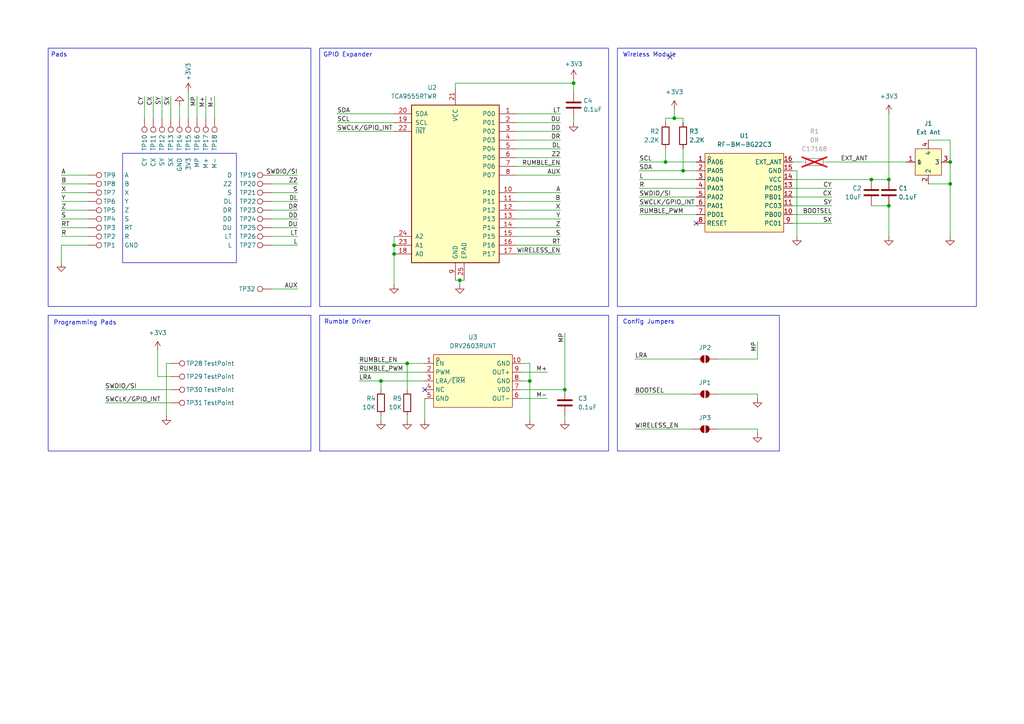
<source format=kicad_sch>
(kicad_sch (version 20231120) (generator "eeschema") (generator_version "8.0")
  (paper "A4")
  (lib_symbols
    (symbol "CONMHF4-SMD-G:CONMHF4-SMD-G-T"
      (property "Reference" "CN" (at 0 11.43 0))
      (property "Value" "CONMHF4-SMD-G-T" (at 0 -11.43 0))
      (symbol "CONMHF4-SMD-G-T_0_1"
        (rectangle (start -3.81 3.81) (end 3.81 -3.81) (fill (type background)))
        (circle (center 0 -2.54) (radius 0.38))
        (pin unspecified line (at 0 -6.35 90) (length 2.54) (name "1") (number "1"))
        (pin unspecified line (at 6.35 0 180) (length 2.54) (name "2") (number "2"))
        (pin unspecified line (at 0 6.35 270) (length 2.54) (name "3") (number "3"))
        (pin unspecified line (at -6.35 0 0) (length 2.54) (name "4") (number "4"))
      )
    )
    (symbol "Connector:TestPoint" (pin_numbers hide) (pin_names (offset 0.762) hide)
      (property "Reference" "TP" (at 0 6.858 0))
      (property "Value" "TestPoint" (at 0 5.08 0))
      (symbol "TestPoint_0_1"
        (circle (center 0 3.302) (radius 0.762))
      )
      (symbol "TestPoint_1_1"
        (pin passive line (at 0 0 90) (length 2.54) (name "1") (number "1"))
      )
    )
    (symbol "DRV2603:DRV2603RUNT"
      (property "Reference" "U" (at 0 10.16 0))
      (property "Value" "DRV2603RUNT" (at 0 -10.16 0))
      (symbol "DRV2603RUNT_0_1"
        (rectangle (start -11.43 7.62) (end 11.43 -7.62) (fill (type background)))
        (circle (center -10.16 6.35) (radius 0.38))
        (pin unspecified line (at -13.97 5.08 0) (length 2.54) (name "EN") (number "1"))
        (pin unspecified line (at 13.97 5.08 180) (length 2.54) (name "GND") (number "10"))
        (pin unspecified line (at -13.97 2.54 0) (length 2.54) (name "PWM") (number "2"))
        (pin unspecified line (at -13.97 0 0) (length 2.54) (name "LRA/~{ERM}") (number "3"))
        (pin unspecified line (at -13.97 -2.54 0) (length 2.54) (name "NC") (number "4"))
        (pin unspecified line (at -13.97 -5.08 0) (length 2.54) (name "GND") (number "5"))
        (pin unspecified line (at 13.97 -5.08 180) (length 2.54) (name "OUT-") (number "6"))
        (pin unspecified line (at 13.97 -2.54 180) (length 2.54) (name "VDD") (number "7"))
        (pin unspecified line (at 13.97 0 180) (length 2.54) (name "GND") (number "8"))
        (pin unspecified line (at 13.97 2.54 180) (length 2.54) (name "OUT+") (number "9"))
      )
    )
    (symbol "Device:C" (pin_numbers hide) (pin_names (offset 0.254))
      (property "Reference" "C" (at 0.635 2.54 0))
      (property "Value" "C" (at 0.635 -2.54 0))
      (symbol "C_0_1"
        (polyline (pts (xy -2.032 -0.762) (xy 2.032 -0.762)) (stroke (width 0.508)))
        (polyline (pts (xy -2.032 0.762) (xy 2.032 0.762)) (stroke (width 0.508)))
      )
      (symbol "C_1_1"
        (pin passive line (at 0 3.81 270) (length 2.794) (name "~") (number "1"))
        (pin passive line (at 0 -3.81 90) (length 2.794) (name "~") (number "2"))
      )
    )
    (symbol "Device:R" (pin_numbers hide) (pin_names (offset 0))
      (property "Reference" "R" (at 2.032 0 90))
      (property "Value" "R" (at 0 0 90))
      (symbol "R_0_1"
        (rectangle (start -1.016 -2.54) (end 1.016 2.54) (stroke (width 0.254)))
      )
      (symbol "R_1_1"
        (pin passive line (at 0 3.81 270) (length 1.27) (name "~") (number "1"))
        (pin passive line (at 0 -3.81 90) (length 1.27) (name "~") (number "2"))
      )
    )
    (symbol "Interface_Expansion:TCA9555RTWR" (pin_names (offset 1.016))
      (property "Reference" "U" (at -11.43 24.13 0))
      (property "Value" "TCA9555RTWR" (at 0 0 0))
      (symbol "TCA9555RTWR_0_1"
        (rectangle (start -12.7 22.86) (end 12.7 -22.86) (stroke (width 0.254)) (fill (type background)))
      )
      (symbol "TCA9555RTWR_1_1"
        (pin bidirectional line (at 17.78 20.32 180) (length 5.08) (name "P00") (number "1"))
        (pin bidirectional line (at 17.78 -2.54 180) (length 5.08) (name "P10") (number "10"))
        (pin bidirectional line (at 17.78 -5.08 180) (length 5.08) (name "P11") (number "11"))
        (pin bidirectional line (at 17.78 -7.62 180) (length 5.08) (name "P12") (number "12"))
        (pin bidirectional line (at 17.78 -10.16 180) (length 5.08) (name "P13") (number "13"))
        (pin bidirectional line (at 17.78 -12.7 180) (length 5.08) (name "P14") (number "14"))
        (pin bidirectional line (at 17.78 -15.24 180) (length 5.08) (name "P15") (number "15"))
        (pin bidirectional line (at 17.78 -17.78 180) (length 5.08) (name "P16") (number "16"))
        (pin bidirectional line (at 17.78 -20.32 180) (length 5.08) (name "P17") (number "17"))
        (pin input line (at -17.78 -20.32 0) (length 5.08) (name "A0") (number "18"))
        (pin input line (at -17.78 17.78 0) (length 5.08) (name "SCL") (number "19"))
        (pin bidirectional line (at 17.78 17.78 180) (length 5.08) (name "P01") (number "2"))
        (pin bidirectional line (at -17.78 20.32 0) (length 5.08) (name "SDA") (number "20"))
        (pin power_in line (at 0 27.94 270) (length 5.08) (name "VCC") (number "21"))
        (pin open_collector line (at -17.78 15.24 0) (length 5.08) (name "~{INT}") (number "22"))
        (pin input line (at -17.78 -17.78 0) (length 5.08) (name "A1") (number "23"))
        (pin input line (at -17.78 -15.24 0) (length 5.08) (name "A2") (number "24"))
        (pin input line (at 2.54 -27.94 90) (length 5.08) (name "EPAD") (number "25"))
        (pin bidirectional line (at 17.78 15.24 180) (length 5.08) (name "P02") (number "3"))
        (pin bidirectional line (at 17.78 12.7 180) (length 5.08) (name "P03") (number "4"))
        (pin bidirectional line (at 17.78 10.16 180) (length 5.08) (name "P04") (number "5"))
        (pin bidirectional line (at 17.78 7.62 180) (length 5.08) (name "P05") (number "6"))
        (pin bidirectional line (at 17.78 5.08 180) (length 5.08) (name "P06") (number "7"))
        (pin bidirectional line (at 17.78 2.54 180) (length 5.08) (name "P07") (number "8"))
        (pin power_in line (at 0 -27.94 90) (length 5.08) (name "GND") (number "9"))
      )
    )
    (symbol "Jumper:SolderJumper_2_Open" (pin_numbers hide) (pin_names (offset 0) hide) (exclude_from_sim yes) (in_bom no)
      (property "Reference" "JP" (at 0 2.032 0))
      (property "Value" "SolderJumper_2_Open" (at 0 -2.54 0))
      (symbol "SolderJumper_2_Open_0_1"
        (arc (start -0.254 1.016) (mid -1.2656 0) (end -0.254 -1.016))
        (arc (start -0.254 1.016) (mid -1.2656 0) (end -0.254 -1.016) (fill (type outline)))
        (polyline (pts (xy -0.254 1.016) (xy -0.254 -1.016)))
        (polyline (pts (xy 0.254 1.016) (xy 0.254 -1.016)))
        (arc (start 0.254 -1.016) (mid 1.2656 0) (end 0.254 1.016))
        (arc (start 0.254 -1.016) (mid 1.2656 0) (end 0.254 1.016) (fill (type outline)))
      )
      (symbol "SolderJumper_2_Open_1_1"
        (pin passive line (at -3.81 0 0) (length 2.54) (name "A") (number "1"))
        (pin passive line (at 3.81 0 180) (length 2.54) (name "B") (number "2"))
      )
    )
    (symbol "RF-BM-BG22C3:RF-BM-BG22C3"
      (property "Reference" "U" (at 0 13.97 0))
      (property "Value" "RF-BM-BG22C3" (at 0 -13.97 0))
      (symbol "RF-BM-BG22C3_0_1"
        (rectangle (start -11.43 11.43) (end 11.43 -11.43) (fill (type background)))
        (circle (center -10.16 10.16) (radius 0.38))
        (pin unspecified line (at -13.97 8.89 0) (length 2.54) (name "PA06") (number "1"))
        (pin unspecified line (at 13.97 -6.35 180) (length 2.54) (name "PB00") (number "10"))
        (pin unspecified line (at 13.97 -3.81 180) (length 2.54) (name "PC03") (number "11"))
        (pin unspecified line (at 13.97 -1.27 180) (length 2.54) (name "PB01") (number "12"))
        (pin unspecified line (at 13.97 1.27 180) (length 2.54) (name "PC05") (number "13"))
        (pin unspecified line (at 13.97 3.81 180) (length 2.54) (name "VCC") (number "14"))
        (pin unspecified line (at 13.97 6.35 180) (length 2.54) (name "GND") (number "15"))
        (pin unspecified line (at 13.97 8.89 180) (length 2.54) (name "EXT_ANT") (number "16"))
        (pin unspecified line (at -13.97 6.35 0) (length 2.54) (name "PA05") (number "2"))
        (pin unspecified line (at -13.97 3.81 0) (length 2.54) (name "PA04") (number "3"))
        (pin unspecified line (at -13.97 1.27 0) (length 2.54) (name "PA03") (number "4"))
        (pin unspecified line (at -13.97 -1.27 0) (length 2.54) (name "PA02") (number "5"))
        (pin unspecified line (at -13.97 -3.81 0) (length 2.54) (name "PA01") (number "6"))
        (pin unspecified line (at -13.97 -6.35 0) (length 2.54) (name "PD01") (number "7"))
        (pin unspecified line (at -13.97 -8.89 0) (length 2.54) (name "RESET") (number "8"))
        (pin unspecified line (at 13.97 -8.89 180) (length 2.54) (name "PC01") (number "9"))
      )
    )
    (symbol "power:+3V3" (power) (pin_numbers hide) (pin_names (offset 0) hide)
      (property "Value" "+3V3" (at 0 3.556 0))
      (symbol "+3V3_0_1"
        (polyline (pts (xy -0.762 1.27) (xy 0 2.54)))
        (polyline (pts (xy 0 0) (xy 0 2.54)))
        (polyline (pts (xy 0 2.54) (xy 0.762 1.27)))
      )
      (symbol "+3V3_1_1"
        (pin power_in line (at 0 0 90) (length 0) (name "~") (number "1"))
      )
    )
    (symbol "power:GND" (power) (pin_numbers hide) (pin_names (offset 0) hide)
      (property "Value" "GND" (at 0 -3.81 0))
      (symbol "GND_0_1"
        (polyline (pts (xy 0 0) (xy 0 -1.27) (xy 1.27 -1.27) (xy 0 -2.54) (xy -1.27 -1.27) (xy 0 -1.27)))
      )
      (symbol "GND_1_1"
        (pin power_in line (at 0 0 270) (length 0) (name "~") (number "1"))
      )
    )
  )
  (junction (at 198.12 49.53))
  (junction (at 257.81 52.07))
  (junction (at 114.3 73.66))
  (junction (at 166.37 24.13))
  (junction (at 275.59 46.99))
  (junction (at 153.67 110.49))
  (junction (at 118.11 105.41))
  (junction (at 163.83 113.03))
  (junction (at 257.81 59.69))
  (junction (at 252.73 52.07))
  (junction (at 193.04 46.99))
  (junction (at 133.35 81.28))
  (junction (at 195.58 34.29))
  (junction (at 275.59 53.34))
  (junction (at 110.49 110.49))
  (junction (at 114.3 71.12))
  (no_connect (at 201.93 64.77))
  (no_connect (at 123.19 113.03))
  (no_connect (at 194.31 16.51))
  (wire (pts (xy 231.14 68.58) (xy 231.14 49.53)))
  (wire (pts (xy 104.14 107.95) (xy 123.19 107.95)))
  (wire (pts (xy 275.59 53.34) (xy 275.59 68.58)))
  (wire (pts (xy 166.37 34.29) (xy 166.37 35.56)))
  (wire (pts (xy 166.37 24.13) (xy 166.37 26.67)))
  (wire (pts (xy 86.36 83.82) (xy 78.74 83.82)))
  (wire (pts (xy 49.53 105.41) (xy 48.26 105.41)))
  (wire (pts (xy 229.87 62.23) (xy 241.3 62.23)))
  (wire (pts (xy 193.04 34.29) (xy 193.04 35.56)))
  (wire (pts (xy 123.19 115.57) (xy 123.19 121.92)))
  (wire (pts (xy 153.67 110.49) (xy 153.67 121.92)))
  (wire (pts (xy 229.87 57.15) (xy 241.3 57.15)))
  (wire (pts (xy 41.91 27.94) (xy 41.91 34.29)))
  (wire (pts (xy 17.78 68.58) (xy 25.4 68.58)))
  (wire (pts (xy 52.07 30.48) (xy 52.07 34.29)))
  (wire (pts (xy 193.04 34.29) (xy 195.58 34.29)))
  (wire (pts (xy 275.59 40.64) (xy 275.59 46.99)))
  (wire (pts (xy 149.86 33.02) (xy 162.56 33.02)))
  (wire (pts (xy 185.42 57.15) (xy 201.93 57.15)))
  (wire (pts (xy 193.04 43.18) (xy 193.04 46.99)))
  (wire (pts (xy 57.15 27.94) (xy 57.15 34.29)))
  (wire (pts (xy 185.42 46.99) (xy 193.04 46.99)))
  (wire (pts (xy 110.49 120.65) (xy 110.49 121.92)))
  (wire (pts (xy 229.87 54.61) (xy 241.3 54.61)))
  (wire (pts (xy 86.36 58.42) (xy 78.74 58.42)))
  (wire (pts (xy 219.71 99.06) (xy 219.71 104.14)))
  (wire (pts (xy 149.86 66.04) (xy 162.56 66.04)))
  (wire (pts (xy 275.59 53.34) (xy 269.24 53.34)))
  (wire (pts (xy 153.67 105.41) (xy 153.67 110.49)))
  (wire (pts (xy 151.13 105.41) (xy 153.67 105.41)))
  (wire (pts (xy 132.08 24.13) (xy 166.37 24.13)))
  (wire (pts (xy 17.78 66.04) (xy 25.4 66.04)))
  (wire (pts (xy 151.13 107.95) (xy 158.75 107.95)))
  (wire (pts (xy 118.11 105.41) (xy 118.11 113.03)))
  (wire (pts (xy 149.86 55.88) (xy 162.56 55.88)))
  (wire (pts (xy 229.87 46.99) (xy 232.41 46.99)))
  (wire (pts (xy 114.3 71.12) (xy 114.3 73.66)))
  (wire (pts (xy 149.86 40.64) (xy 162.56 40.64)))
  (wire (pts (xy 149.86 68.58) (xy 162.56 68.58)))
  (wire (pts (xy 114.3 35.56) (xy 97.79 35.56)))
  (wire (pts (xy 110.49 110.49) (xy 123.19 110.49)))
  (wire (pts (xy 17.78 53.34) (xy 25.4 53.34)))
  (wire (pts (xy 257.81 33.02) (xy 257.81 52.07)))
  (wire (pts (xy 240.03 46.99) (xy 262.89 46.99)))
  (wire (pts (xy 86.36 68.58) (xy 78.74 68.58)))
  (wire (pts (xy 195.58 31.75) (xy 195.58 34.29)))
  (wire (pts (xy 269.24 40.64) (xy 275.59 40.64)))
  (wire (pts (xy 149.86 45.72) (xy 162.56 45.72)))
  (wire (pts (xy 149.86 48.26) (xy 162.56 48.26)))
  (wire (pts (xy 229.87 52.07) (xy 252.73 52.07)))
  (wire (pts (xy 49.53 27.94) (xy 49.53 34.29)))
  (wire (pts (xy 185.42 52.07) (xy 201.93 52.07)))
  (wire (pts (xy 275.59 46.99) (xy 275.59 53.34)))
  (wire (pts (xy 17.78 63.5) (xy 25.4 63.5)))
  (wire (pts (xy 208.28 114.3) (xy 219.71 114.3)))
  (wire (pts (xy 195.58 34.29) (xy 198.12 34.29)))
  (wire (pts (xy 17.78 71.12) (xy 25.4 71.12)))
  (wire (pts (xy 17.78 50.8) (xy 25.4 50.8)))
  (wire (pts (xy 54.61 26.67) (xy 54.61 34.29)))
  (wire (pts (xy 184.15 124.46) (xy 200.66 124.46)))
  (wire (pts (xy 59.69 27.94) (xy 59.69 34.29)))
  (wire (pts (xy 114.3 73.66) (xy 114.3 82.55)))
  (wire (pts (xy 44.45 27.94) (xy 44.45 34.29)))
  (wire (pts (xy 48.26 105.41) (xy 48.26 120.65)))
  (wire (pts (xy 17.78 60.96) (xy 25.4 60.96)))
  (wire (pts (xy 86.36 71.12) (xy 78.74 71.12)))
  (wire (pts (xy 133.35 81.28) (xy 134.62 81.28)))
  (wire (pts (xy 229.87 64.77) (xy 241.3 64.77)))
  (wire (pts (xy 151.13 113.03) (xy 163.83 113.03)))
  (wire (pts (xy 193.04 46.99) (xy 201.93 46.99)))
  (wire (pts (xy 163.83 120.65) (xy 163.83 121.92)))
  (wire (pts (xy 198.12 43.18) (xy 198.12 49.53)))
  (wire (pts (xy 104.14 110.49) (xy 110.49 110.49)))
  (wire (pts (xy 30.48 113.03) (xy 49.53 113.03)))
  (wire (pts (xy 257.81 59.69) (xy 257.81 68.58)))
  (wire (pts (xy 184.15 114.3) (xy 200.66 114.3)))
  (wire (pts (xy 184.15 104.14) (xy 200.66 104.14)))
  (wire (pts (xy 132.08 81.28) (xy 133.35 81.28)))
  (wire (pts (xy 118.11 120.65) (xy 118.11 121.92)))
  (wire (pts (xy 118.11 105.41) (xy 123.19 105.41)))
  (wire (pts (xy 185.42 59.69) (xy 201.93 59.69)))
  (wire (pts (xy 229.87 59.69) (xy 241.3 59.69)))
  (wire (pts (xy 149.86 63.5) (xy 162.56 63.5)))
  (wire (pts (xy 149.86 71.12) (xy 162.56 71.12)))
  (wire (pts (xy 252.73 52.07) (xy 257.81 52.07)))
  (wire (pts (xy 185.42 62.23) (xy 201.93 62.23)))
  (wire (pts (xy 208.28 124.46) (xy 219.71 124.46)))
  (wire (pts (xy 208.28 104.14) (xy 219.71 104.14)))
  (wire (pts (xy 198.12 49.53) (xy 201.93 49.53)))
  (wire (pts (xy 132.08 24.13) (xy 132.08 25.4)))
  (wire (pts (xy 219.71 124.46) (xy 219.71 125.73)))
  (wire (pts (xy 149.86 38.1) (xy 162.56 38.1)))
  (wire (pts (xy 166.37 22.86) (xy 166.37 24.13)))
  (wire (pts (xy 185.42 49.53) (xy 198.12 49.53)))
  (wire (pts (xy 231.14 49.53) (xy 229.87 49.53)))
  (wire (pts (xy 86.36 66.04) (xy 78.74 66.04)))
  (wire (pts (xy 185.42 54.61) (xy 201.93 54.61)))
  (wire (pts (xy 86.36 50.8) (xy 78.74 50.8)))
  (wire (pts (xy 45.72 101.6) (xy 45.72 109.22)))
  (wire (pts (xy 149.86 73.66) (xy 162.56 73.66)))
  (wire (pts (xy 114.3 68.58) (xy 114.3 71.12)))
  (wire (pts (xy 30.48 116.84) (xy 49.53 116.84)))
  (wire (pts (xy 110.49 110.49) (xy 110.49 113.03)))
  (wire (pts (xy 114.3 33.02) (xy 97.79 33.02)))
  (wire (pts (xy 86.36 53.34) (xy 78.74 53.34)))
  (wire (pts (xy 149.86 35.56) (xy 162.56 35.56)))
  (wire (pts (xy 86.36 55.88) (xy 78.74 55.88)))
  (wire (pts (xy 151.13 115.57) (xy 158.75 115.57)))
  (wire (pts (xy 49.53 109.22) (xy 45.72 109.22)))
  (wire (pts (xy 86.36 60.96) (xy 78.74 60.96)))
  (wire (pts (xy 252.73 59.69) (xy 257.81 59.69)))
  (wire (pts (xy 133.35 81.28) (xy 133.35 82.55)))
  (wire (pts (xy 149.86 43.18) (xy 162.56 43.18)))
  (wire (pts (xy 219.71 114.3) (xy 219.71 115.57)))
  (wire (pts (xy 149.86 50.8) (xy 162.56 50.8)))
  (wire (pts (xy 198.12 34.29) (xy 198.12 35.56)))
  (wire (pts (xy 97.79 38.1) (xy 114.3 38.1)))
  (wire (pts (xy 46.99 27.94) (xy 46.99 34.29)))
  (wire (pts (xy 151.13 110.49) (xy 153.67 110.49)))
  (wire (pts (xy 163.83 113.03) (xy 163.83 96.52)))
  (wire (pts (xy 17.78 58.42) (xy 25.4 58.42)))
  (wire (pts (xy 62.23 27.94) (xy 62.23 34.29)))
  (wire (pts (xy 149.86 60.96) (xy 162.56 60.96)))
  (wire (pts (xy 17.78 55.88) (xy 25.4 55.88)))
  (wire (pts (xy 86.36 63.5) (xy 78.74 63.5)))
  (wire (pts (xy 149.86 58.42) (xy 162.56 58.42)))
  (wire (pts (xy 17.78 71.12) (xy 17.78 76.2)))
  (wire (pts (xy 104.14 105.41) (xy 118.11 105.41)))
  (rectangle (start 13.97 13.97) (end 90.17 88.9))
  (rectangle (start 179.07 13.97) (end 283.21 88.9))
  (rectangle (start 92.71 91.44) (end 176.53 130.81))
  (rectangle (start 13.97 91.44) (end 90.17 130.81))
  (rectangle (start 179.07 91.44) (end 226.06 130.81))
  (rectangle (start 92.71 13.97) (end 176.53 88.9))
  (rectangle (start 35.56 44.45) (end 68.58 76.2))
  (text "Config Jumpers" (at 180.594 92.71 0) (effects (font (size 1.27 1.27)) (justify left top)))
  (text "Rumble Driver" (at 93.98 92.71 0) (effects (font (size 1.27 1.27)) (justify left top)))
  (text "GPIO Expander" (at 93.726 15.24 0) (effects (font (size 1.27 1.27)) (justify left top)))
  (text "Pads" (at 14.732 15.24 0) (effects (font (size 1.27 1.27)) (justify left top)))
  (text "Programming Pads" (at 15.494 92.964 0) (effects (font (size 1.27 1.27)) (justify left top)))
  (text "Wireless Module" (at 180.594 15.24 0) (effects (font (size 1.27 1.27)) (justify left top)))
  (label "DR" (at 162.56 40.64 180))
  (label "DL" (at 162.56 43.18 180))
  (label "L" (at 185.42 52.07 0))
  (label "S" (at 162.56 68.58 180))
  (label "Z" (at 162.56 66.04 180))
  (label "X" (at 17.78 55.88 0))
  (label "DU" (at 86.36 66.04 180))
  (label "DD" (at 86.36 63.5 180))
  (label "LRA" (at 104.14 110.49 0))
  (label "SWDIO{slash}SI" (at 30.48 113.03 0))
  (label "SCL" (at 185.42 46.99 0))
  (label "BOOTSEL" (at 184.15 114.3 0))
  (label "SWDIO{slash}SI" (at 185.42 57.15 0))
  (label "RT" (at 162.56 71.12 180))
  (label "M+" (at 59.69 27.94 270))
  (label "AUX" (at 86.36 83.82 180))
  (label "WIRELESS_EN" (at 184.15 124.46 0))
  (label "DD" (at 162.56 38.1 180))
  (label "A" (at 17.78 50.8 0))
  (label "DL" (at 86.36 58.42 180))
  (label "RUMBLE_EN" (at 162.56 48.26 180))
  (label "S" (at 17.78 63.5 0))
  (label "SDA" (at 185.42 49.53 0))
  (label "SX" (at 49.53 27.94 270))
  (label "LT" (at 162.56 33.02 180))
  (label "M-" (at 158.75 115.57 180))
  (label "Z2" (at 162.56 45.72 180))
  (label "DU" (at 162.56 35.56 180))
  (label "CX" (at 241.3 57.15 180))
  (label "CX" (at 44.45 27.94 270))
  (label "B" (at 162.56 58.42 180))
  (label "MP" (at 219.71 99.06 270))
  (label "M-" (at 62.23 27.94 270))
  (label "Y" (at 162.56 63.5 180))
  (label "S" (at 86.36 55.88 180))
  (label "X" (at 162.56 60.96 180))
  (label "Z" (at 17.78 60.96 0))
  (label "BOOTSEL" (at 241.3 62.23 180))
  (label "SWDIO{slash}SI" (at 86.36 50.8 180))
  (label "SCL" (at 97.79 35.56 0))
  (label "SWCLK{slash}GPIO_INT" (at 185.42 59.69 0))
  (label "Z2" (at 86.36 53.34 180))
  (label "SWCLK{slash}GPIO_INT" (at 30.48 116.84 0))
  (label "SX" (at 241.3 64.77 180))
  (label "CY" (at 241.3 54.61 180))
  (label "SDA" (at 97.79 33.02 0))
  (label "AUX" (at 162.56 50.8 180))
  (label "WIRELESS_EN" (at 162.56 73.66 180))
  (label "SY" (at 241.3 59.69 180))
  (label "MP" (at 57.15 27.94 270))
  (label "SY" (at 46.99 27.94 270))
  (label "CY" (at 41.91 27.94 270))
  (label "SWCLK{slash}GPIO_INT" (at 97.79 38.1 0))
  (label "RUMBLE_EN" (at 104.14 105.41 0))
  (label "M+" (at 158.75 107.95 180))
  (label "Y" (at 17.78 58.42 0))
  (label "RT" (at 17.78 66.04 0))
  (label "A" (at 162.56 55.88 180))
  (label "LRA" (at 184.15 104.14 0))
  (label "L" (at 86.36 71.12 180))
  (label "DR" (at 86.36 60.96 180))
  (label "R" (at 185.42 54.61 0))
  (label "B" (at 17.78 53.34 0))
  (label "RUMBLE_PWM" (at 104.14 107.95 0))
  (label "LT" (at 86.36 68.58 180))
  (label "MP" (at 163.83 96.52 270))
  (label "EXT_ANT" (at 243.84 46.99 0))
  (label "RUMBLE_PWM" (at 185.42 62.23 0))
  (label "R" (at 17.78 68.58 0))
  (symbol (lib_id "Connector:TestPoint") (at 78.74 68.58 90) (unit 1) (in_bom no)
    (property "Reference" "TP26" (at 71.882 68.58 90))
    (property "Value" "LT" (at 67.31 68.58 90) (effects (justify left)))
    (property "Footprint" "project-footprints:2x1mm Castellated Pad" (effects (hide yes)))
    (property "Description" "test point" (effects (hide yes)))
  )
  (symbol (lib_id "Connector:TestPoint") (at 57.15 34.29 0) (mirror x) (unit 1) (in_bom no)
    (property "Reference" "TP16" (at 57.15 41.402 90))
    (property "Value" "MP" (at 57.15 45.72 90) (effects (justify left)))
    (property "Footprint" "project-footprints:2x1mm Castellated Pad" (effects (hide yes)))
    (property "Description" "test point" (effects (hide yes)))
  )
  (symbol (lib_id "Connector:TestPoint") (at 44.45 34.29 0) (mirror x) (unit 1) (in_bom no)
    (property "Reference" "TP11" (at 44.45 41.402 90))
    (property "Value" "CX" (at 44.45 45.72 90) (effects (justify left)))
    (property "Footprint" "project-footprints:2x1mm Castellated Pad" (effects (hide yes)))
    (property "Description" "test point" (effects (hide yes)))
  )
  (symbol (lib_id "power:GND") (at 133.35 82.55 0) (unit 1)
    (property "Reference" "#PWR07" (effects (hide yes)))
    (property "Value" "GND" (effects (hide yes)))
    (property "Description" "Power symbol creates a global label with name \"GND\" , ground" (effects (hide yes)))
  )
  (symbol (lib_id "power:+3V3") (at 257.81 33.02 0) (unit 1)
    (property "Reference" "#PWR012" (effects (hide yes)))
    (property "Value" "+3V3" (at 257.81 27.94 0))
    (property "Description" "Power symbol creates a global label with name \"+3V3\"" (effects (hide yes)))
  )
  (symbol (lib_id "Device:C") (at 163.83 116.84 0) (unit 1)
    (property "Reference" "C3" (at 167.64 115.5699 0) (effects (justify left)))
    (property "Value" "0.1uF" (at 167.64 118.1099 0) (effects (justify left)))
    (property "Footprint" "Capacitor_SMD:C_0402_1005Metric" (effects (hide yes)))
    (property "Description" "Unpolarized capacitor" (effects (hide yes)))
    (property "LCSC" "C1525" (effects (hide yes)))
  )
  (symbol (lib_id "DRV2603:DRV2603RUNT") (at 137.16 110.49 0) (unit 1)
    (property "Reference" "U3" (at 137.16 97.79 0))
    (property "Value" "DRV2603RUNT" (at 137.16 100.33 0))
    (property "Footprint" "project-footprints:QFN-10_L2.0-W2.0-P0.50-TL" (effects (hide yes)))
    (property "LCSC" "C2150691" (effects (hide yes)))
    (property "LCSC Part" "C2150691" (effects (hide yes)))
  )
  (symbol (lib_id "Connector:TestPoint") (at 59.69 34.29 0) (mirror x) (unit 1) (in_bom no)
    (property "Reference" "TP17" (at 59.69 41.402 90))
    (property "Value" "M+" (at 59.69 45.72 90) (effects (justify left)))
    (property "Footprint" "project-footprints:2x1mm Castellated Pad" (effects (hide yes)))
    (property "Description" "test point" (effects (hide yes)))
  )
  (symbol (lib_id "Connector:TestPoint") (at 52.07 34.29 0) (mirror x) (unit 1) (in_bom no)
    (property "Reference" "TP14" (at 52.07 41.402 90))
    (property "Value" "GND" (at 52.07 45.72 90) (effects (justify left)))
    (property "Footprint" "project-footprints:2x1mm Castellated Pad" (effects (hide yes)))
    (property "Description" "test point" (effects (hide yes)))
  )
  (symbol (lib_id "Connector:TestPoint") (at 78.74 53.34 90) (unit 1) (in_bom no)
    (property "Reference" "TP20" (at 71.882 53.34 90))
    (property "Value" "Z2" (at 67.31 53.34 90) (effects (justify left)))
    (property "Footprint" "project-footprints:2x1mm Castellated Pad" (effects (hide yes)))
    (property "Description" "test point" (effects (hide yes)))
  )
  (symbol (lib_id "CONMHF4-SMD-G:CONMHF4-SMD-G-T") (at 269.24 46.99 270) (unit 1)
    (property "Reference" "J1" (at 269.24 35.814 90))
    (property "Value" "Ext Ant" (at 269.24 38.354 90))
    (property "Footprint" "project-footprints:IPEX-SMD_4P-L1.7-W1.7-LS2.0-L-4" (effects (hide yes)))
    (property "Description" "small coaxial connector (BNC, SMA, SMB, SMC, Cinch/RCA, LEMO, ...)" (effects (hide yes)))
    (property "LCSC" "C7429355" (effects (hide yes)))
    (property "LCSC Part" "C18221168" (effects (hide yes)))
  )
  (symbol (lib_id "Connector:TestPoint") (at 78.74 60.96 90) (unit 1) (in_bom no)
    (property "Reference" "TP23" (at 71.882 60.96 90))
    (property "Value" "DR" (at 67.31 60.96 90) (effects (justify left)))
    (property "Footprint" "project-footprints:2x1mm Castellated Pad" (effects (hide yes)))
    (property "Description" "test point" (effects (hide yes)))
  )
  (symbol (lib_id "power:+3V3") (at 195.58 31.75 0) (unit 1)
    (property "Reference" "#PWR018" (effects (hide yes)))
    (property "Value" "+3V3" (at 195.58 26.67 0))
    (property "Description" "Power symbol creates a global label with name \"+3V3\"" (effects (hide yes)))
  )
  (symbol (lib_id "Connector:TestPoint") (at 25.4 50.8 270) (mirror x) (unit 1) (in_bom no)
    (property "Reference" "TP9" (at 31.75 50.8 90))
    (property "Value" "A" (at 36.068 50.8 90) (effects (justify left)))
    (property "Footprint" "project-footprints:2x1mm Castellated Pad" (effects (hide yes)))
    (property "Description" "test point" (effects (hide yes)))
  )
  (symbol (lib_id "Connector:TestPoint") (at 78.74 83.82 90) (mirror x) (unit 1) (in_bom no)
    (property "Reference" "TP32" (at 71.628 83.82 90))
    (property "Value" "TestPoint" (effects (hide yes)))
    (property "Footprint" "project-footprints:TestPoint_Pad_D1.0mm" (effects (hide yes)))
    (property "Description" "test point" (effects (hide yes)))
  )
  (symbol (lib_id "power:GND") (at 123.19 121.92 0) (mirror y) (unit 1)
    (property "Reference" "#PWR016" (effects (hide yes)))
    (property "Value" "GND" (effects (hide yes)))
    (property "Description" "Power symbol creates a global label with name \"GND\" , ground" (effects (hide yes)))
  )
  (symbol (lib_id "power:+3V3") (at 166.37 22.86 0) (unit 1)
    (property "Reference" "#PWR06" (effects (hide yes)))
    (property "Value" "+3V3" (at 166.37 18.542 0))
    (property "Description" "Power symbol creates a global label with name \"+3V3\"" (effects (hide yes)))
  )
  (symbol (lib_id "Device:R") (at 118.11 116.84 0) (mirror y) (unit 1)
    (property "Reference" "R5" (at 116.586 115.57 0) (effects (justify left)))
    (property "Value" "10K" (at 116.586 118.11 0) (effects (justify left)))
    (property "Footprint" "Resistor_SMD:R_0402_1005Metric" (effects (hide yes)))
    (property "Description" "Resistor" (effects (hide yes)))
    (property "LCSC" "C25744" (effects (hide yes)))
  )
  (symbol (lib_id "Connector:TestPoint") (at 25.4 58.42 270) (mirror x) (unit 1) (in_bom no)
    (property "Reference" "TP6" (at 31.75 58.42 90))
    (property "Value" "Y" (at 36.068 58.42 90) (effects (justify left)))
    (property "Footprint" "project-footprints:2x1mm Castellated Pad" (effects (hide yes)))
    (property "Description" "test point" (effects (hide yes)))
  )
  (symbol (lib_id "Connector:TestPoint") (at 78.74 55.88 90) (unit 1) (in_bom no)
    (property "Reference" "TP21" (at 71.882 55.88 90))
    (property "Value" "S" (at 67.31 55.88 90) (effects (justify left)))
    (property "Footprint" "project-footprints:2x1mm Castellated Pad" (effects (hide yes)))
    (property "Description" "test point" (effects (hide yes)))
  )
  (symbol (lib_id "Connector:TestPoint") (at 25.4 53.34 270) (mirror x) (unit 1) (in_bom no)
    (property "Reference" "TP8" (at 31.75 53.34 90))
    (property "Value" "B" (at 36.068 53.34 90) (effects (justify left)))
    (property "Footprint" "project-footprints:2x1mm Castellated Pad" (effects (hide yes)))
    (property "Description" "test point" (effects (hide yes)))
  )
  (symbol (lib_id "Device:C") (at 257.81 55.88 0) (unit 1)
    (property "Reference" "C1" (at 260.604 54.61 0) (effects (justify left)))
    (property "Value" "0.1uF" (at 260.604 57.15 0) (effects (justify left)))
    (property "Footprint" "Capacitor_SMD:C_0402_1005Metric" (effects (hide yes)))
    (property "Description" "Unpolarized capacitor" (effects (hide yes)))
    (property "LCSC" "C1525" (effects (hide yes)))
  )
  (symbol (lib_id "Connector:TestPoint") (at 62.23 34.29 0) (mirror x) (unit 1) (in_bom no)
    (property "Reference" "TP18" (at 62.23 41.402 90))
    (property "Value" "M-" (at 62.23 45.72 90) (effects (justify left)))
    (property "Footprint" "project-footprints:2x1mm Castellated Pad" (effects (hide yes)))
    (property "Description" "test point" (effects (hide yes)))
  )
  (symbol (lib_id "power:GND") (at 219.71 125.73 0) (unit 1)
    (property "Reference" "#PWR019" (effects (hide yes)))
    (property "Value" "GND" (effects (hide yes)))
    (property "Description" "Power symbol creates a global label with name \"GND\" , ground" (effects (hide yes)))
  )
  (symbol (lib_id "Device:C") (at 252.73 55.88 0) (mirror y) (unit 1)
    (property "Reference" "C2" (at 249.936 54.61 0) (effects (justify left)))
    (property "Value" "10uF" (at 249.936 57.15 0) (effects (justify left)))
    (property "Footprint" "Capacitor_SMD:C_0402_1005Metric" (effects (hide yes)))
    (property "Description" "Unpolarized capacitor" (effects (hide yes)))
    (property "LCSC" "C15525" (effects (hide yes)))
  )
  (symbol (lib_id "Device:R") (at 236.22 46.99 90) (unit 1) (dnp yes)
    (property "Reference" "R1" (at 236.22 38.1 90))
    (property "Value" "0R" (at 236.22 40.64 90))
    (property "Footprint" "project-footprints:R_0402_DNP" (effects (hide yes)))
    (property "Description" "Resistor" (effects (hide yes)))
    (property "LCSC" "C17168" (at 236.22 43.18 90))
  )
  (symbol (lib_id "power:GND") (at 110.49 121.92 0) (mirror y) (unit 1)
    (property "Reference" "#PWR020" (effects (hide yes)))
    (property "Value" "GND" (effects (hide yes)))
    (property "Description" "Power symbol creates a global label with name \"GND\" , ground" (effects (hide yes)))
  )
  (symbol (lib_id "power:GND") (at 17.78 76.2 0) (mirror y) (unit 1)
    (property "Reference" "#PWR08" (effects (hide yes)))
    (property "Value" "GND" (effects (hide yes)))
    (property "Description" "Power symbol creates a global label with name \"GND\" , ground" (effects (hide yes)))
  )
  (symbol (lib_id "Connector:TestPoint") (at 25.4 66.04 270) (mirror x) (unit 1) (in_bom no)
    (property "Reference" "TP3" (at 31.75 66.04 90))
    (property "Value" "RT" (at 36.068 66.04 90) (effects (justify left)))
    (property "Footprint" "project-footprints:2x1mm Castellated Pad" (effects (hide yes)))
    (property "Description" "test point" (effects (hide yes)))
  )
  (symbol (lib_id "RF-BM-BG22C3:RF-BM-BG22C3") (at 215.9 55.88 0) (unit 1)
    (property "Reference" "U1" (at 215.9 39.37 0))
    (property "Value" "RF-BM-BG22C3" (at 215.9 41.91 0))
    (property "Footprint" "project-footprints:RF-BM-BG22C3" (effects (hide yes)))
    (property "LCSC" "C5369196" (effects (hide yes)))
    (property "LCSC Part" "C5369196" (effects (hide yes)))
  )
  (symbol (lib_id "power:GND") (at 48.26 120.65 0) (unit 1)
    (property "Reference" "#PWR05" (effects (hide yes)))
    (property "Value" "GND" (effects (hide yes)))
    (property "Description" "Power symbol creates a global label with name \"GND\" , ground" (effects (hide yes)))
  )
  (symbol (lib_id "power:GND") (at 153.67 121.92 0) (mirror y) (unit 1)
    (property "Reference" "#PWR015" (effects (hide yes)))
    (property "Value" "GND" (effects (hide yes)))
    (property "Description" "Power symbol creates a global label with name \"GND\" , ground" (effects (hide yes)))
  )
  (symbol (lib_id "Connector:TestPoint") (at 78.74 50.8 90) (unit 1) (in_bom no)
    (property "Reference" "TP19" (at 71.882 50.8 90))
    (property "Value" "D" (at 67.31 50.8 90) (effects (justify left)))
    (property "Footprint" "project-footprints:2x1mm Castellated Pad" (effects (hide yes)))
    (property "Description" "test point" (effects (hide yes)))
  )
  (symbol (lib_id "Jumper:SolderJumper_2_Open") (at 204.47 114.3 0) (unit 1) (exclude_from_sim yes) (in_bom no)
    (property "Reference" "JP1" (at 204.47 110.998 0))
    (property "Value" "SolderJumper_2_Open" (effects (hide yes)))
    (property "Footprint" "project-footprints:SolderJumper-Small" (effects (hide yes)))
    (property "Description" "Solder Jumper, 2-pole, open" (effects (hide yes)))
  )
  (symbol (lib_id "power:GND") (at 118.11 121.92 0) (mirror y) (unit 1)
    (property "Reference" "#PWR021" (effects (hide yes)))
    (property "Value" "GND" (effects (hide yes)))
    (property "Description" "Power symbol creates a global label with name \"GND\" , ground" (effects (hide yes)))
  )
  (symbol (lib_id "power:GND") (at 257.81 68.58 0) (unit 1)
    (property "Reference" "#PWR01" (effects (hide yes)))
    (property "Value" "GND" (effects (hide yes)))
    (property "Description" "Power symbol creates a global label with name \"GND\" , ground" (effects (hide yes)))
  )
  (symbol (lib_id "power:GND") (at 275.59 68.58 0) (unit 1)
    (property "Reference" "#PWR02" (effects (hide yes)))
    (property "Value" "GND" (effects (hide yes)))
    (property "Description" "Power symbol creates a global label with name \"GND\" , ground" (effects (hide yes)))
  )
  (symbol (lib_id "Connector:TestPoint") (at 78.74 58.42 90) (unit 1) (in_bom no)
    (property "Reference" "TP22" (at 71.882 58.42 90))
    (property "Value" "DL" (at 67.31 58.42 90) (effects (justify left)))
    (property "Footprint" "project-footprints:2x1mm Castellated Pad" (effects (hide yes)))
    (property "Description" "test point" (effects (hide yes)))
  )
  (symbol (lib_id "power:GND") (at 166.37 35.56 0) (unit 1)
    (property "Reference" "#PWR011" (effects (hide yes)))
    (property "Value" "GND" (effects (hide yes)))
    (property "Description" "Power symbol creates a global label with name \"GND\" , ground" (effects (hide yes)))
  )
  (symbol (lib_id "power:GND") (at 163.83 121.92 0) (mirror y) (unit 1)
    (property "Reference" "#PWR017" (effects (hide yes)))
    (property "Value" "GND" (effects (hide yes)))
    (property "Description" "Power symbol creates a global label with name \"GND\" , ground" (effects (hide yes)))
  )
  (symbol (lib_id "Device:R") (at 198.12 39.37 0) (unit 1)
    (property "Reference" "R3" (at 199.898 38.1 0) (effects (justify left)))
    (property "Value" "2.2K" (at 199.898 40.64 0) (effects (justify left)))
    (property "Footprint" "Resistor_SMD:R_0402_1005Metric" (effects (hide yes)))
    (property "Description" "Resistor" (effects (hide yes)))
    (property "LCSC" "C25879" (effects (hide yes)))
  )
  (symbol (lib_id "Connector:TestPoint") (at 78.74 63.5 90) (unit 1) (in_bom no)
    (property "Reference" "TP24" (at 71.882 63.5 90))
    (property "Value" "DD" (at 67.31 63.5 90) (effects (justify left)))
    (property "Footprint" "project-footprints:2x1mm Castellated Pad" (effects (hide yes)))
    (property "Description" "test point" (effects (hide yes)))
  )
  (symbol (lib_id "Connector:TestPoint") (at 49.53 113.03 270) (mirror x) (unit 1) (in_bom no)
    (property "Reference" "TP30" (at 56.388 113.03 90))
    (property "Value" "TestPoint" (at 63.5 113.03 90))
    (property "Footprint" "project-footprints:TestPoint_Pad_D1.0mm" (effects (hide yes)))
    (property "Description" "test point" (effects (hide yes)))
  )
  (symbol (lib_id "Connector:TestPoint") (at 49.53 109.22 270) (mirror x) (unit 1) (in_bom no)
    (property "Reference" "TP29" (at 56.388 109.22 90))
    (property "Value" "TestPoint" (at 63.5 109.22 90))
    (property "Footprint" "project-footprints:TestPoint_Pad_D1.0mm" (effects (hide yes)))
    (property "Description" "test point" (effects (hide yes)))
  )
  (symbol (lib_id "Device:C") (at 166.37 30.48 0) (unit 1)
    (property "Reference" "C4" (at 169.164 29.21 0) (effects (justify left)))
    (property "Value" "0.1uF" (at 169.164 31.75 0) (effects (justify left)))
    (property "Footprint" "Capacitor_SMD:C_0402_1005Metric" (effects (hide yes)))
    (property "Description" "Unpolarized capacitor" (effects (hide yes)))
    (property "LCSC" "C1525" (effects (hide yes)))
  )
  (symbol (lib_id "power:GND") (at 52.07 30.48 0) (mirror x) (unit 1)
    (property "Reference" "#PWR09" (effects (hide yes)))
    (property "Value" "GND" (effects (hide yes)))
    (property "Description" "Power symbol creates a global label with name \"GND\" , ground" (effects (hide yes)))
  )
  (symbol (lib_id "Device:R") (at 110.49 116.84 0) (mirror y) (unit 1)
    (property "Reference" "R4" (at 108.966 115.57 0) (effects (justify left)))
    (property "Value" "10K" (at 108.966 118.11 0) (effects (justify left)))
    (property "Footprint" "Resistor_SMD:R_0402_1005Metric" (effects (hide yes)))
    (property "Description" "Resistor" (effects (hide yes)))
    (property "LCSC" "C25744" (effects (hide yes)))
  )
  (symbol (lib_id "power:+3V3") (at 54.61 26.67 0) (mirror y) (unit 1)
    (property "Reference" "#PWR010" (effects (hide yes)))
    (property "Value" "+3V3" (at 54.61 20.828 90))
    (property "Description" "Power symbol creates a global label with name \"+3V3\"" (effects (hide yes)))
  )
  (symbol (lib_id "Jumper:SolderJumper_2_Open") (at 204.47 104.14 0) (unit 1) (exclude_from_sim yes) (in_bom no)
    (property "Reference" "JP2" (at 204.47 100.838 0))
    (property "Value" "SolderJumper_2_Open" (effects (hide yes)))
    (property "Footprint" "project-footprints:SolderJumper-Small" (effects (hide yes)))
    (property "Description" "Solder Jumper, 2-pole, open" (effects (hide yes)))
  )
  (symbol (lib_id "Connector:TestPoint") (at 25.4 63.5 270) (mirror x) (unit 1) (in_bom no)
    (property "Reference" "TP4" (at 31.75 63.5 90))
    (property "Value" "S" (at 36.068 63.5 90) (effects (justify left)))
    (property "Footprint" "project-footprints:2x1mm Castellated Pad" (effects (hide yes)))
    (property "Description" "test point" (effects (hide yes)))
  )
  (symbol (lib_id "Device:R") (at 193.04 39.37 0) (mirror y) (unit 1)
    (property "Reference" "R2" (at 191.262 38.1 0) (effects (justify left)))
    (property "Value" "2.2K" (at 191.262 40.64 0) (effects (justify left)))
    (property "Footprint" "Resistor_SMD:R_0402_1005Metric" (effects (hide yes)))
    (property "Description" "Resistor" (effects (hide yes)))
    (property "LCSC" "C25879" (effects (hide yes)))
  )
  (symbol (lib_id "Connector:TestPoint") (at 25.4 68.58 270) (mirror x) (unit 1) (in_bom no)
    (property "Reference" "TP2" (at 31.75 68.58 90))
    (property "Value" "R" (at 36.068 68.58 90) (effects (justify left)))
    (property "Footprint" "project-footprints:2x1mm Castellated Pad" (effects (hide yes)))
    (property "Description" "test point" (effects (hide yes)))
  )
  (symbol (lib_id "power:GND") (at 114.3 82.55 0) (unit 1)
    (property "Reference" "#PWR014" (effects (hide yes)))
    (property "Value" "GND" (effects (hide yes)))
    (property "Description" "Power symbol creates a global label with name \"GND\" , ground" (effects (hide yes)))
  )
  (symbol (lib_id "Connector:TestPoint") (at 49.53 105.41 270) (mirror x) (unit 1) (in_bom no)
    (property "Reference" "TP28" (at 56.388 105.41 90))
    (property "Value" "TestPoint" (at 63.5 105.41 90))
    (property "Footprint" "project-footprints:TestPoint_Pad_D1.0mm" (effects (hide yes)))
    (property "Description" "test point" (effects (hide yes)))
  )
  (symbol (lib_id "Connector:TestPoint") (at 78.74 66.04 90) (unit 1) (in_bom no)
    (property "Reference" "TP25" (at 71.882 66.04 90))
    (property "Value" "DU" (at 67.31 66.04 90) (effects (justify left)))
    (property "Footprint" "project-footprints:2x1mm Castellated Pad" (effects (hide yes)))
    (property "Description" "test point" (effects (hide yes)))
  )
  (symbol (lib_id "Interface_Expansion:TCA9555RTWR") (at 132.08 53.34 0) (unit 1)
    (property "Reference" "U2" (at 126.746 25.4 0) (effects (justify right)))
    (property "Value" "TCA9555RTWR" (at 126.746 27.94 0) (effects (justify right)))
    (property "Footprint" "Package_DFN_QFN:WQFN-24-1EP_4x4mm_P0.5mm_EP2.45x2.45mm" (effects (hide yes)))
    (property "Datasheet" "http://www.ti.com/lit/ds/symlink/tca9555.pdf" (effects (hide yes)))
    (property "Description" "16-bit I/O expander, I2C and SMBus interface, interrupts, w/ pull-ups, QFN-24" (effects (hide yes)))
    (property "LCSC" "C140277" (effects (hide yes)))
  )
  (symbol (lib_id "power:GND") (at 219.71 115.57 0) (unit 1)
    (property "Reference" "#PWR013" (effects (hide yes)))
    (property "Value" "GND" (effects (hide yes)))
    (property "Description" "Power symbol creates a global label with name \"GND\" , ground" (effects (hide yes)))
  )
  (symbol (lib_id "Connector:TestPoint") (at 54.61 34.29 0) (mirror x) (unit 1) (in_bom no)
    (property "Reference" "TP15" (at 54.61 41.402 90))
    (property "Value" "3V3" (at 54.61 45.72 90) (effects (justify left)))
    (property "Footprint" "project-footprints:2x1mm Castellated Pad" (effects (hide yes)))
    (property "Description" "test point" (effects (hide yes)))
  )
  (symbol (lib_id "Connector:TestPoint") (at 25.4 71.12 270) (mirror x) (unit 1) (in_bom no)
    (property "Reference" "TP1" (at 31.75 71.12 90))
    (property "Value" "GND" (at 36.068 71.12 90) (effects (justify left)))
    (property "Footprint" "project-footprints:2x1mm Castellated Pad" (effects (hide yes)))
    (property "Description" "test point" (effects (hide yes)))
  )
  (symbol (lib_id "Connector:TestPoint") (at 25.4 60.96 270) (mirror x) (unit 1) (in_bom no)
    (property "Reference" "TP5" (at 31.75 60.96 90))
    (property "Value" "Z" (at 36.068 60.96 90) (effects (justify left)))
    (property "Footprint" "project-footprints:2x1mm Castellated Pad" (effects (hide yes)))
    (property "Description" "test point" (effects (hide yes)))
  )
  (symbol (lib_id "Connector:TestPoint") (at 41.91 34.29 0) (mirror x) (unit 1) (in_bom no)
    (property "Reference" "TP10" (at 41.91 41.402 90))
    (property "Value" "CY" (at 41.91 45.72 90) (effects (justify left)))
    (property "Footprint" "project-footprints:2x1mm Castellated Pad" (effects (hide yes)))
    (property "Description" "test point" (effects (hide yes)))
  )
  (symbol (lib_id "Connector:TestPoint") (at 49.53 34.29 0) (mirror x) (unit 1) (in_bom no)
    (property "Reference" "TP13" (at 49.53 41.402 90))
    (property "Value" "SX" (at 49.53 45.72 90) (effects (justify left)))
    (property "Footprint" "project-footprints:2x1mm Castellated Pad" (effects (hide yes)))
    (property "Description" "test point" (effects (hide yes)))
  )
  (symbol (lib_id "Connector:TestPoint") (at 49.53 116.84 270) (mirror x) (unit 1) (in_bom no)
    (property "Reference" "TP31" (at 56.388 116.84 90))
    (property "Value" "TestPoint" (at 63.5 116.84 90))
    (property "Footprint" "project-footprints:TestPoint_Pad_D1.0mm" (effects (hide yes)))
    (property "Description" "test point" (effects (hide yes)))
  )
  (symbol (lib_id "Connector:TestPoint") (at 78.74 71.12 90) (unit 1) (in_bom no)
    (property "Reference" "TP27" (at 71.882 71.12 90))
    (property "Value" "L" (at 67.31 71.12 90) (effects (justify left)))
    (property "Footprint" "project-footprints:2x1mm Castellated Pad" (effects (hide yes)))
    (property "Description" "test point" (effects (hide yes)))
  )
  (symbol (lib_id "Connector:TestPoint") (at 25.4 55.88 270) (mirror x) (unit 1) (in_bom no)
    (property "Reference" "TP7" (at 31.75 55.88 90))
    (property "Value" "X" (at 36.068 55.88 90) (effects (justify left)))
    (property "Footprint" "project-footprints:2x1mm Castellated Pad" (effects (hide yes)))
    (property "Description" "test point" (effects (hide yes)))
  )
  (symbol (lib_id "Connector:TestPoint") (at 46.99 34.29 0) (mirror x) (unit 1) (in_bom no)
    (property "Reference" "TP12" (at 46.99 41.402 90))
    (property "Value" "SY" (at 46.99 45.72 90) (effects (justify left)))
    (property "Footprint" "project-footprints:2x1mm Castellated Pad" (effects (hide yes)))
    (property "Description" "test point" (effects (hide yes)))
  )
  (symbol (lib_id "power:GND") (at 231.14 68.58 0) (unit 1)
    (property "Reference" "#PWR03" (effects (hide yes)))
    (property "Value" "GND" (effects (hide yes)))
    (property "Description" "Power symbol creates a global label with name \"GND\" , ground" (effects (hide yes)))
  )
  (symbol (lib_id "power:+3V3") (at 45.72 101.6 0) (unit 1)
    (property "Reference" "#PWR04" (effects (hide yes)))
    (property "Value" "+3V3" (at 45.72 96.52 0))
    (property "Description" "Power symbol creates a global label with name \"+3V3\"" (effects (hide yes)))
  )
  (symbol (lib_id "Jumper:SolderJumper_2_Open") (at 204.47 124.46 0) (unit 1) (exclude_from_sim yes) (in_bom no)
    (property "Reference" "JP3" (at 204.47 121.158 0))
    (property "Value" "SolderJumper_2_Open" (effects (hide yes)))
    (property "Footprint" "project-footprints:SolderJumper-Small" (effects (hide yes)))
    (property "Description" "Solder Jumper, 2-pole, open" (effects (hide yes)))
  )
)
</source>
